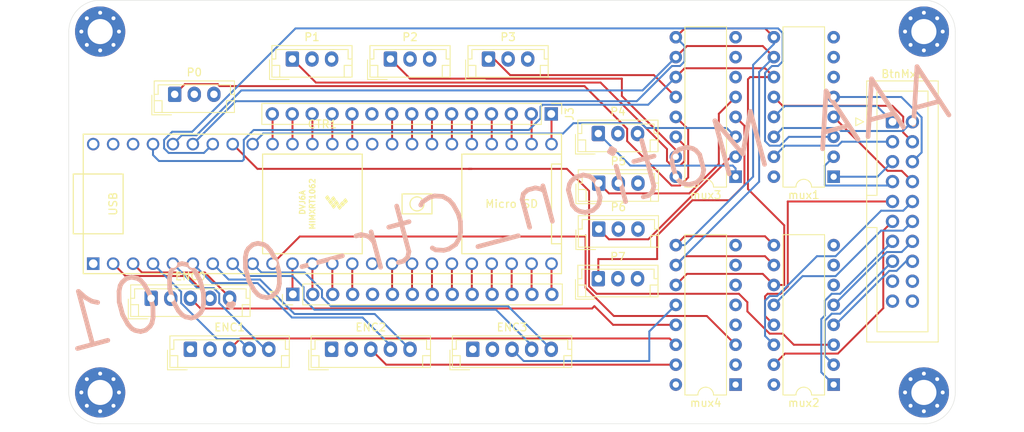
<source format=kicad_pcb>
(kicad_pcb (version 20211014) (generator pcbnew)
  (title_block (title "A³ Motion - Mainboard") (date "2021-08-04") (rev "v.0.1") (company "A3 Audio UG (haftungsbeschränkt)"))
  (layers (0 "F.Cu" signal) (1 "In1.Cu" signal) (2 "In2.Cu" signal) (31 "B.Cu" signal) (34 "B.Paste" user) (35 "F.Paste" user) (36 "B.SilkS" user "B.Silkscreen") (37 "F.SilkS" user "F.Silkscreen") (38 "B.Mask" user) (39 "F.Mask" user) (44 "Edge.Cuts" user))
  (net 0 "")
  (net 1 "Net-(BtnMx1-Pad1)")
  (net 2 "Net-(BtnMx1-Pad3)")
  (net 3 "Net-(BtnMx1-Pad5)")
  (net 4 "Net-(BtnMx1-Pad7)")
  (net 5 "Net-(BtnMx1-Pad9)")
  (net 6 "Net-(BtnMx1-Pad11)")
  (net 7 "Net-(BtnMx1-Pad13)")
  (net 8 "Net-(BtnMx1-Pad15)")
  (net 9 "Net-(BtnMx1-Pad17)")
  (net 10 "GND")
  (net 11 "Net-(BtnMx1-Pad2)")
  (net 12 "Net-(BtnMx1-Pad4)")
  (net 13 "Net-(BtnMx1-Pad6)")
  (net 14 "Net-(BtnMx1-Pad8)")
  (net 15 "Net-(BtnMx1-Pad10)")
  (net 16 "Net-(BtnMx1-Pad12)")
  (net 17 "Net-(BtnMx1-Pad14)")
  (net 18 "Net-(BtnMx1-Pad16)")
  (net 19 "Net-(BtnMx1-Pad18)")
  (net 20 "+3V3")
  (net 21 "Net-(CTR1-Pad48)")
  (net 22 "s0")
  (net 23 "s1")
  (net 24 "s2")
  (net 25 "mux_btnMx1")
  (net 26 "mux_btnMx2")
  (net 27 "mux_porty")
  (net 28 "Net-(CTR1-Pad39)")
  (net 29 "Net-(CTR1-Pad38)")
  (net 30 "Net-(CTR1-Pad37)")
  (net 31 "Net-(CTR1-Pad36)")
  (net 32 "Net-(CTR1-Pad35)")
  (net 33 "rEnc0_DT")
  (net 34 "rEnc0_CLK")
  (net 35 "rEnc1_DT")
  (net 36 "rEnc1_CLK")
  (net 37 "rEnc2_DT")
  (net 38 "rEnc2_CLK")
  (net 39 "rEnc3_DT")
  (net 40 "rEnc3_CLK")
  (net 41 "mux_btn_rEnc")
  (net 42 "Net-(CTR1-Pad11)")
  (net 43 "Net-(CTR1-Pad12)")
  (net 44 "Net-(CTR1-Pad13)")
  (net 45 "Net-(CTR1-Pad33)")
  (net 46 "Net-(CTR1-Pad32)")
  (net 47 "Net-(CTR1-Pad31)")
  (net 48 "Net-(CTR1-Pad30)")
  (net 49 "Net-(CTR1-Pad29)")
  (net 50 "Net-(CTR1-Pad28)")
  (net 51 "Net-(CTR1-Pad27)")
  (net 52 "Net-(CTR1-Pad26)")
  (net 53 "Net-(CTR1-Pad25)")
  (net 54 "Net-(CTR1-Pad24)")
  (net 55 "Net-(CTR1-Pad23)")
  (net 56 "Net-(CTR1-Pad22)")
  (net 57 "Net-(CTR1-Pad21)")
  (net 58 "Net-(CTR1-Pad14)")
  (net 59 "Net-(CTR1-Pad16)")
  (net 60 "Net-(CTR1-Pad20)")
  (net 61 "Net-(CTR1-Pad19)")
  (net 62 "Net-(CTR1-Pad18)")
  (net 63 "Net-(CTR1-Pad17)")
  (net 64 "Net-(ENC0-Pad3)")
  (net 65 "Net-(ENC1-Pad3)")
  (net 66 "Net-(ENC2-Pad3)")
  (net 67 "Net-(ENC3-Pad3)")
  (net 68 "Net-(P4-Pad1)")
  (net 69 "Net-(P6-Pad1)")
  (net 70 "Net-(P7-Pad1)")
  (net 71 "Net-(P3-Pad1)")
  (net 72 "Net-(P5-Pad1)")
  (net 73 "Net-(P0-Pad1)")
  (net 74 "Net-(P1-Pad1)")
  (net 75 "Net-(P2-Pad1)")
  (net 76 "Net-(mux4-Pad5)")
  (net 77 "Net-(mux4-Pad4)")
  (net 78 "Net-(mux4-Pad2)")
  (net 79 "Net-(mux4-Pad1)")
  (footprint "teensy:Teensy41_my" (layer "F.Cu") (at 110.825001 58.965001)
    (fp_text reference "CTR1")
    (fp_text value "Teensy4.1")
  )
  (footprint "Connector_JST:JST_EH_B5B-EH-A_1x05_P2.50mm_Vertical" (layer "F.Cu") (at 89 71)
    (fp_text reference "ENC0")
    (fp_text value "Conn_01x05")
  )
  (footprint "Connector_JST:JST_EH_B5B-EH-A_1x05_P2.50mm_Vertical" (layer "F.Cu") (at 94 77.5)
    (fp_text reference "ENC1")
    (fp_text value "Conn_01x05")
  )
  (footprint "Connector_JST:JST_EH_B5B-EH-A_1x05_P2.50mm_Vertical" (layer "F.Cu") (at 112 77.5)
    (fp_text reference "ENC2")
    (fp_text value "Conn_01x05")
  )
  (footprint "Connector_JST:JST_EH_B5B-EH-A_1x05_P2.50mm_Vertical" (layer "F.Cu") (at 130 77.5)
    (fp_text reference "ENC3")
    (fp_text value "Conn_01x05")
  )
  (footprint "Connector_PinHeader_2.54mm:PinHeader_1x14_P2.54mm_Vertical" (layer "F.Cu") (at 107.06 70.5 90)
    (fp_text reference "J1")
    (fp_text value "Conn_01x14_Male")
  )
  (footprint "Package_DIP:DIP-16_W7.62mm" (layer "F.Cu") (at 176 82 180)
    (fp_text reference "mux2")
    (fp_text value "74HC4051")
  )
  (footprint "Package_DIP:DIP-16_W7.62mm" (layer "F.Cu") (at 163.5 55.5 180)
    (fp_text reference "mux3")
    (fp_text value "74HC4051")
  )
  (footprint "Package_DIP:DIP-16_W7.62mm" (layer "F.Cu") (at 163.5 82 180)
    (fp_text reference "mux4")
    (fp_text value "74HC4051")
  )
  (footprint "Connector_JST:JST_EH_B3B-EH-A_1x03_P2.50mm_Vertical" (layer "F.Cu") (at 92 45)
    (fp_text reference "P0")
    (fp_text value "Conn_01x03")
  )
  (footprint "Connector_JST:JST_EH_B3B-EH-A_1x03_P2.50mm_Vertical" (layer "F.Cu") (at 107 40.5)
    (fp_text reference "P1")
    (fp_text value "Conn_01x03")
  )
  (footprint "Connector_JST:JST_EH_B3B-EH-A_1x03_P2.50mm_Vertical" (layer "F.Cu") (at 119.5 40.5)
    (fp_text reference "P2")
    (fp_text value "Conn_01x03")
  )
  (footprint "Connector_JST:JST_EH_B3B-EH-A_1x03_P2.50mm_Vertical" (layer "F.Cu") (at 132 40.5)
    (fp_text reference "P3")
    (fp_text value "Conn_01x03")
  )
  (footprint "Connector_JST:JST_EH_B3B-EH-A_1x03_P2.50mm_Vertical" (layer "F.Cu") (at 146 50)
    (fp_text reference "P4")
    (fp_text value "Conn_01x03")
  )
  (footprint "Connector_JST:JST_EH_B3B-EH-A_1x03_P2.50mm_Vertical" (layer "F.Cu") (at 146.055001 56.325001)
    (fp_text reference "P5")
    (fp_text value "Conn_01x03")
  )
  (footprint "Connector_JST:JST_EH_B3B-EH-A_1x03_P2.50mm_Vertical" (layer "F.Cu") (at 146.055001 62.175001)
    (fp_text reference "P6")
    (fp_text value "Conn_01x03")
  )
  (footprint "Connector_JST:JST_EH_B3B-EH-A_1x03_P2.50mm_Vertical" (layer "F.Cu") (at 146 68.5)
    (fp_text reference "P7")
    (fp_text value "Conn_01x03")
  )
  (footprint "Connector_PinHeader_2.54mm:PinHeader_1x15_P2.54mm_Vertical" (layer "F.Cu") (at 140 47.5 -90)
    (fp_text reference "J3")
    (fp_text value "Conn_01x15_Male")
  )
  (footprint "Connector_IDC:IDC-Header_2x10_P2.54mm_Vertical" (layer "F.Cu") (at 183.5 48.5)
    (fp_text reference "BtnMx1")
    (fp_text value "Conn_02x09_Counter_Clockwise")
  )
  (footprint "Package_DIP:DIP-16_W7.62mm" (layer "F.Cu") (at 176 55.5 180)
    (fp_text reference "mux1")
    (fp_text value "74HC4051")
  )
  (footprint "MountingHole:MountingHole_3.2mm_M3_Pad_Via" (layer "F.Cu") (at 187.5 37)
    (fp_text reference "REF**" hide)
    (fp_text value "MountingHole_3.2mm_M3_Pad_Via")
  )
  (footprint "MountingHole:MountingHole_3.2mm_M3_Pad_Via" (layer "F.Cu") (at 187.5 83)
    (fp_text reference "REF**" hide)
    (fp_text value "MountingHole_3.2mm_M3_Pad_Via")
  )
  (footprint "MountingHole:MountingHole_3.2mm_M3_Pad_Via" (layer "F.Cu") (at 82.5 37)
    (fp_text reference "REF**" hide)
    (fp_text value "MountingHole_3.2mm_M3_Pad_Via")
  )
  (footprint "MountingHole:MountingHole_3.2mm_M3_Pad_Via" (layer "F.Cu") (at 82.5 83)
    (fp_text reference "REF**" hide)
    (fp_text value "MountingHole_3.2mm_M3_Pad_Via")
  )
  (gr_arc (start 191.5 83) (mid 190.328427 85.828427) (end 187.5 87) (layer "Edge.Cuts") (width 0.05))
  (gr_line (start 187.5 87) (end 82.5 87) (layer "Edge.Cuts") (width 0.05))
  (gr_arc (start 82.5 87) (mid 79.671573 85.828427) (end 78.5 83) (layer "Edge.Cuts") (width 0.05))
  (gr_arc (start 78.5 37) (mid 79.671573 34.171573) (end 82.5 33) (layer "Edge.Cuts") (width 0.05))
  (gr_line (start 78.5 37) (end 78.5 83) (layer "Edge.Cuts") (width 0.05))
  (gr_line (start 82.5 33) (end 187.5 33) (layer "Edge.Cuts") (width 0.05))
  (gr_arc (start 187.5 33) (mid 190.328427 34.171573) (end 191.5 37) (layer "Edge.Cuts") (width 0.05))
  (gr_line (start 191.5 37) (end 191.5 83) (layer "Edge.Cuts") (width 0.05))
  (gr_text "AAA Motion_Ctr-0.001" (at 134 59.5 15) (layer "B.SilkS") (effects (font (size 7 7) (thickness 0.6)) (justify mirror)))
  (segment (start 168.38 47.88) (end 169.76 46.5) (width 0.25) (layer "B.Cu") (net 1))
  (segment (start 181.5 46.5) (end 183.5 48.5) (width 0.25) (layer "B.Cu") (net 1))
  (segment (start 169.76 46.5) (end 181.5 46.5) (width 0.25) (layer "B.Cu") (net 1))
  (segment (start 176.540001 51.545001) (end 169.794999 51.545001) (width 0.25) (layer "B.Cu") (net 2))
  (segment (start 177.045002 51.04) (end 176.540001 51.545001) (width 0.25) (layer "B.Cu") (net 2))
  (segment (start 183.5 51.04) (end 177.045002 51.04) (width 0.25) (layer "B.Cu") (net 2))
  (segment (start 169.794999 51.545001) (end 168.38 52.96) (width 0.25) (layer "B.Cu") (net 2))
  (segment (start 176 55.5) (end 181.58 55.5) (width 0.25) (layer "B.Cu") (net 3))
  (segment (start 181.58 55.5) (end 183.5 53.58) (width 0.25) (layer "B.Cu") (net 3))
  (segment (start 174.874999 56.560001) (end 174.939999 56.625001) (width 0.25) (layer "B.Cu") (net 4))
  (segment (start 182.994999 56.625001) (end 183.5 56.12) (width 0.25) (layer "B.Cu") (net 4))
  (segment (start 174.939999 56.625001) (end 182.994999 56.625001) (width 0.25) (layer "B.Cu") (net 4))
  (segment (start 176 52.96) (end 174.874999 54.085001) (width 0.25) (layer "B.Cu") (net 4))
  (segment (start 174.874999 54.085001) (end 174.874999 56.560001) (width 0.25) (layer "B.Cu") (net 4))
  (segment (start 167.574999 70.425001) (end 169.211409 70.425001) (width 0.25) (layer "F.Cu") (net 5))
  (segment (start 167.254999 73.254999) (end 167.254999 70.745001) (width 0.25) (layer "F.Cu") (net 5))
  (segment (start 168.38 74.38) (end 167.254999 73.254999) (width 0.25) (layer "F.Cu") (net 5))
  (segment (start 170.15001 58.65001) (end 170.16 58.66) (width 0.25) (layer "F.Cu") (net 5))
  (segment (start 169.211409 70.425001) (end 170.15001 69.4864) (width 0.25) (layer "F.Cu") (net 5))
  (segment (start 170.16 58.66) (end 183.5 58.66) (width 0.25) (layer "F.Cu") (net 5))
  (segment (start 170.15001 69.4864) (end 170.15001 58.65001) (width 0.25) (layer "F.Cu") (net 5))
  (segment (start 167.254999 70.745001) (end 167.574999 70.425001) (width 0.25) (layer "F.Cu") (net 5))
  (segment (start 182.324999 72.260003) (end 176.540001 78.045001) (width 0.25) (layer "F.Cu") (net 6))
  (segment (start 182.324999 62.375001) (end 182.324999 72.260003) (width 0.25) (layer "F.Cu") (net 6))
  (segment (start 169.794999 78.045001) (end 168.38 79.46) (width 0.25) (layer "F.Cu") (net 6))
  (segment (start 176.540001 78.045001) (end 169.794999 78.045001) (width 0.25) (layer "F.Cu") (net 6))
  (segment (start 183.5 61.2) (end 182.324999 62.375001) (width 0.25) (layer "F.Cu") (net 6))
  (segment (start 174.424989 73.653599) (end 174.424989 80.424989) (width 0.25) (layer "B.Cu") (net 7))
  (segment (start 174.874999 73.203589) (end 174.424989 73.653599) (width 0.25) (layer "B.Cu") (net 7))
  (segment (start 183.5 63.74) (end 176.814999 70.425001) (width 0.25) (layer "B.Cu") (net 7))
  (segment (start 175.749997 70.425001) (end 174.874999 71.299999) (width 0.25) (layer "B.Cu") (net 7))
  (segment (start 174.874999 71.299999) (end 174.874999 73.203589) (width 0.25) (layer "B.Cu") (net 7))
  (segment (start 176.814999 70.425001) (end 175.749997 70.425001) (width 0.25) (layer "B.Cu") (net 7))
  (segment (start 174.424989 80.424989) (end 176 82) (width 0.25) (layer "B.Cu") (net 7))
  (segment (start 176.814999 72.965001) (end 175.749997 72.965001) (width 0.25) (layer "B.Cu") (net 8))
  (segment (start 175.749997 72.965001) (end 174.874999 73.839999) (width 0.25) (layer "B.Cu") (net 8))
  (segment (start 174.874999 78.334999) (end 176 79.46) (width 0.25) (layer "B.Cu") (net 8))
  (segment (start 183.5 66.28) (end 176.814999 72.965001) (width 0.25) (layer "B.Cu") (net 8))
  (segment (start 174.874999 73.839999) (end 174.874999 78.334999) (width 0.25) (layer "B.Cu") (net 8))
  (segment (start 186.04 48.5) (end 186 48.5) (width 0.25) (layer "B.Cu") (net 11))
  (segment (start 184.82499 49.67501) (end 176.920012 49.67501) (width 0.25) (layer "B.Cu") (net 11))
  (segment (start 176.920012 49.67501) (end 176.540001 49.294999) (width 0.25) (layer "B.Cu") (net 11))
  (segment (start 169.505001 49.294999) (end 168.38 50.42) (width 0.25) (layer "B.Cu") (net 11))
  (segment (start 186 48.5) (end 184.82499 49.67501) (width 0.25) (layer "B.Cu") (net 11))
  (segment (start 176.540001 49.294999) (end 169.505001 49.294999) (width 0.25) (layer "B.Cu") (net 11))
  (segment (start 168.38 45.34) (end 169.505001 46.465001) (width 0.25) (layer "F.Cu") (net 12))
  (segment (start 169.505001 46.465001) (end 183.478191 46.465001) (width 0.25) (layer "F.Cu") (net 12))
  (segment (start 184.864999 47.851809) (end 184.864999 49.864999) (width 0.25) (layer "F.Cu") (net 12))
  (segment (start 184.864999 49.864999) (end 186.04 51.04) (width 0.25) (layer "F.Cu") (net 12))
  (segment (start 183.478191 46.465001) (end 184.864999 47.851809) (width 0.25) (layer "F.Cu") (net 12))
  (segment (start 184.619002 45.34) (end 187.215001 47.935999) (width 0.25) (layer "B.Cu") (net 13))
  (segment (start 176 45.34) (end 176 45.5) (width 0.25) (layer "B.Cu") (net 13))
  (segment (start 187.215001 47.935999) (end 187.215001 52.404999) (width 0.25) (layer "B.Cu") (net 13))
  (segment (start 176 45.34) (end 184.619002 45.34) (width 0.25) (layer "B.Cu") (net 13))
  (segment (start 186.12 53.5) (end 186.04 53.58) (width 0.25) (layer "B.Cu") (net 13))
  (segment (start 187.215001 52.404999) (end 186.04 53.58) (width 0.25) (layer "B.Cu") (net 13))
  (segment (start 184.675001 54.755001) (end 186.04 56.12) (width 0.25) (layer "F.Cu") (net 14))
  (segment (start 182.875001 54.755001) (end 184.675001 54.755001) (width 0.25) (layer "F.Cu") (net 14))
  (segment (start 176 47.88) (end 182.875001 54.755001) (width 0.25) (layer "F.Cu") (net 14))
  (segment (start 167.254999 75.794999) (end 168.38 76.92) (width 0.25) (layer "B.Cu") (net 15))
  (segment (start 168.785001 70.714999) (end 167.839999 70.714999) (width 0.25) (layer "B.Cu") (net 15))
  (segment (start 167.839999 70.714999) (end 167.254999 71.299999) (width 0.25) (layer "B.Cu") (net 15))
  (segment (start 182.050001 59.835001) (end 176.250003 65.634999) (width 0.25) (layer "B.Cu") (net 15))
  (segment (start 186.04 58.66) (end 184.864999 59.835001) (width 0.25) (layer "B.Cu") (net 15))
  (segment (start 173.865001 65.634999) (end 168.785001 70.714999) (width 0.25) (layer "B.Cu") (net 15))
  (segment (start 167.254999 71.299999) (end 167.254999 75.794999) (width 0.25) (layer "B.Cu") (net 15))
  (segment (start 184.864999 59.835001) (end 182.050001 59.835001) (width 0.25) (layer "B.Cu") (net 15))
  (segment (start 176.250003 65.634999) (end 173.865001 65.634999) (width 0.25) (layer "B.Cu") (net 15))
  (segment (start 182.050001 62.375001) (end 176.250003 68.174999) (width 0.25) (layer "B.Cu") (net 16))
  (segment (start 184.864999 62.375001) (end 182.050001 62.375001) (width 0.25) (layer "B.Cu") (net 16))
  (segment (start 172.045001 68.174999) (end 168.38 71.84) (width 0.25) (layer "B.Cu") (net 16))
  (segment (start 176.250003 68.174999) (end 172.045001 68.174999) (width 0.25) (layer "B.Cu") (net 16))
  (segment (start 186.04 61.2) (end 184.864999 62.375001) (width 0.25) (layer "B.Cu") (net 16))
  (segment (start 184.675001 65.104999) (end 182.771411 65.104999) (width 0.25) (layer "B.Cu") (net 17))
  (segment (start 182.771411 65.104999) (end 176.03641 71.84) (width 0.25) (layer "B.Cu") (net 17))
  (segment (start 176.03641 71.84) (end 176 71.84) (width 0.25) (layer "B.Cu") (net 17))
  (segment (start 186.04 63.74) (end 184.675001 65.104999) (width 0.25) (layer "B.Cu") (net 17))
  (segment (start 186.04 66.28) (end 185.239002 66.28) (width 0.25) (layer "B.Cu") (net 18))
  (segment (start 176.200998 74.38) (end 176 74.38) (width 0.25) (layer "B.Cu") (net 18))
  (segment (start 183.080998 67.5) (end 176.200998 74.38) (width 0.25) (layer "B.Cu") (net 18))
  (segment (start 185.239002 66.28) (end 184.019002 67.5) (width 0.25) (layer "B.Cu") (net 18))
  (segment (start 184.019002 67.5) (end 183.080998 67.5) (width 0.25) (layer "B.Cu") (net 18))
  (segment (start 166.965001 67.885001) (end 168.38 69.3) (width 0.25) (layer "F.Cu") (net 22))
  (segment (start 168.38 69.3) (end 169.7 69.3) (width 0.25) (layer "F.Cu") (net 22))
  (segment (start 157.294999 67.885001) (end 166.965001 67.885001) (width 0.25) (layer "F.Cu") (net 22))
  (segment (start 169.7 69.3) (end 169.7 61.7) (width 0.25) (layer "F.Cu") (net 22))
  (segment (start 165.075011 43.075011) (end 165.350022 42.8) (width 0.25) (layer "F.Cu") (net 22))
  (segment (start 169.7 61.7) (end 165.075011 57.075011) (width 0.25) (layer "F.Cu") (net 22))
  (segment (start 165.075011 57.075011) (end 165.075011 43.075011) (width 0.25) (layer "F.Cu") (net 22))
  (segment (start 155.88 69.3) (end 157.294999 67.885001) (width 0.25) (layer "F.Cu") (net 22))
  (segment (start 167.254999 41.674999) (end 168.38 42.8) (width 0.25) (layer "F.Cu") (net 22))
  (segment (start 165.350022 42.8) (end 168.38 42.8) (width 0.25) (layer "F.Cu") (net 22))
  (segment (start 157.005001 41.674999) (end 167.254999 41.674999) (width 0.25) (layer "F.Cu") (net 22))
  (segment (start 155.88 42.8) (end 157.005001 41.674999) (width 0.25) (layer "F.Cu") (net 22))
  (segment (start 138.635001 46.579997) (end 138.635001 48.064001) (width 0.25) (layer "B.Cu") (net 22))
  (segment (start 155.88 42.8) (end 152.355001 46.324999) (width 0.25) (layer "B.Cu") (net 22))
  (segment (start 137.149012 49.54999) (end 102.06501 49.54999) (width 0.25) (layer "B.Cu") (net 22))
  (segment (start 152.355001 46.324999) (end 138.889999 46.324999) (width 0.25) (layer "B.Cu") (net 22))
  (segment (start 100.62 53.5) (end 90 53.5) (width 0.25) (layer "B.Cu") (net 22))
  (segment (start 102.06501 49.54999) (end 100.81 50.805) (width 0.25) (layer "B.Cu") (net 22))
  (segment (start 138.635001 48.064001) (end 137.149012 49.54999) (width 0.25) (layer "B.Cu") (net 22))
  (segment (start 89.235001 52.735001) (end 89.235001 51.345001) (width 0.25) (layer "B.Cu") (net 22))
  (segment (start 138.889999 46.324999) (end 138.635001 46.579997) (width 0.25) (layer "B.Cu") (net 22))
  (segment (start 100.81 50.805) (end 100.81 53.31) (width 0.25) (layer "B.Cu") (net 22))
  (segment (start 100.81 53.31) (end 100.62 53.5) (width 0.25) (layer "B.Cu") (net 22))
  (segment (start 90 53.5) (end 89.235001 52.735001) (width 0.25) (layer "B.Cu") (net 22))
  (segment (start 157.294999 38.845001) (end 166.965001 38.845001) (width 0.25) (layer "F.Cu") (net 23))
  (segment (start 155.88 66.76) (end 157.005001 65.634999) (width 0.25) (layer "F.Cu") (net 23))
  (segment (start 166.965001 38.845001) (end 168.38 40.26) (width 0.25) (layer "F.Cu") (net 23))
  (segment (start 167.254999 65.634999) (end 168.38 66.76) (width 0.25) (layer "F.Cu") (net 23))
  (segment (start 157.005001 65.634999) (end 167.254999 65.634999) (width 0.25) (layer "F.Cu") (net 23))
  (segment (start 155.88 40.26) (end 157.294999 38.845001) (width 0.25) (layer "F.Cu") (net 23))
  (segment (start 155.88 40.26) (end 151.64 44.5) (width 0.25) (layer "B.Cu") (net 23))
  (segment (start 92.900002 50.22) (end 91.775001 51.345001) (width 0.25) (layer "B.Cu") (net 23))
  (segment (start 166.5 42.14) (end 168.38 40.26) (width 0.25) (layer "B.Cu") (net 23))
  (segment (start 100.5 44.5) (end 94.78 50.22) (width 0.25) (layer "B.Cu") (net 23))
  (segment (start 166.5 56.14) (end 166.5 42.14) (width 0.25) (layer "B.Cu") (net 23))
  (segment (start 155.88 66.76) (end 166.5 56.14) (width 0.25) (layer "B.Cu") (net 23))
  (segment (start 94.78 50.22) (end 92.900002 50.22) (width 0.25) (layer "B.Cu") (net 23))
  (segment (start 151.64 44.5) (end 100.5 44.5) (width 0.25) (layer "B.Cu") (net 23))
  (segment (start 155.88 64.22) (end 157.005001 63.094999) (width 0.25) (layer "F.Cu") (net 24))
  (segment (start 155.88 37.72) (end 157.005001 36.594999) (width 0.25) (layer "F.Cu") (net 24))
  (segment (start 167.254999 63.094999) (end 168.38 64.22) (width 0.25) (layer "F.Cu") (net 24))
  (segment (start 157.005001 63.094999) (end 167.254999 63.094999) (width 0.25) (layer "F.Cu") (net 24))
  (segment (start 157.005001 36.594999) (end 167.254999 36.594999) (width 0.25) (layer "F.Cu") (net 24))
  (segment (start 167.254999 36.594999) (end 168.38 37.72) (width 0.25) (layer "F.Cu") (net 24))
  (segment (start 155.88 37.72) (end 157.005001 38.845001) (width 0.25) (layer "B.Cu") (net 24))
  (segment (start 168.38 38.594998) (end 168.38 37.72) (width 0.25) (layer "B.Cu") (net 24))
  (segment (start 165.73137 55.5) (end 165.73137 41.243628) (width 0.25) (layer "B.Cu") (net 24))
  (segment (start 165.73137 41.243628) (end 168.38 38.594998) (width 0.25) (layer "B.Cu") (net 24))
  (segment (start 99.785013 45.874989) (end 94.315001 51.345001) (width 0.25) (layer "B.Cu") (net 24))
  (segment (start 157.01137 64.22) (end 165.73137 55.5) (width 0.25) (layer "B.Cu") (net 24))
  (segment (start 157.005001 38.845001) (end 157.005001 40.800001) (width 0.25) (layer "B.Cu") (net 24))
  (segment (start 150.901421 45.874989) (end 99.785013 45.874989) (width 0.25) (layer "B.Cu") (net 24))
  (segment (start 156.420001 41.385001) (end 155.391409 41.385001) (width 0.25) (layer "B.Cu") (net 24))
  (segment (start 155.391409 41.385001) (end 150.901421 45.874989) (width 0.25) (layer "B.Cu") (net 24))
  (segment (start 155.88 64.22) (end 157.01137 64.22) (width 0.25) (layer "B.Cu") (net 24))
  (segment (start 157.005001 40.800001) (end 156.420001 41.385001) (width 0.25) (layer "B.Cu") (net 24))
  (segment (start 169.505001 37.179999) (end 168.920001 36.594999) (width 0.25) (layer "B.Cu") (net 25))
  (segment (start 107.405001 36.594999) (end 94.23001 49.76999) (width 0.25) (layer "B.Cu") (net 25))
  (segment (start 176 50.42) (end 170.28359 50.42) (width 0.25) (layer "B.Cu") (net 25))
  (segment (start 90.65 51.885002) (end 91.235 52.470002) (width 0.25) (layer "B.Cu") (net 25))
  (segment (start 167.839999 51.545001) (end 167.254999 50.960001) (width 0.25) (layer "B.Cu") (net 25))
  (segment (start 170.28359 50.42) (end 169.158589 51.545001) (width 0.25) (layer "B.Cu") (net 25))
  (segment (start 169.505001 40.800001) (end 169.505001 37.179999) (width 0.25) (layer "B.Cu") (net 25))
  (segment (start 90.65 50.805) (end 90.65 51.885002) (width 0.25) (layer "B.Cu") (net 25))
  (segment (start 168.920001 36.594999) (end 107.405001 36.594999) (width 0.25) (layer "B.Cu") (net 25))
  (segment (start 91.235 52.470002) (end 95.73 52.470002) (width 0.25) (layer "B.Cu") (net 25))
  (segment (start 91.68501 49.76999) (end 90.65 50.805) (width 0.25) (layer "B.Cu") (net 25))
  (segment (start 168.129997 41.385001) (end 168.920001 41.385001) (width 0.25) (layer "B.Cu") (net 25))
  (segment (start 95.73 52.470002) (end 96.855001 51.345001) (width 0.25) (layer "B.Cu") (net 25))
  (segment (start 167.254999 42.259999) (end 168.129997 41.385001) (width 0.25) (layer "B.Cu") (net 25))
  (segment (start 167.254999 50.960001) (end 167.254999 42.259999) (width 0.25) (layer "B.Cu") (net 25))
  (segment (start 169.158589 51.545001) (end 167.839999 51.545001) (width 0.25) (layer "B.Cu") (net 25))
  (segment (start 168.920001 41.385001) (end 169.505001 40.800001) (width 0.25) (layer "B.Cu") (net 25))
  (segment (start 94.23001 49.76999) (end 91.68501 49.76999) (width 0.25) (layer "B.Cu") (net 25))
  (segment (start 145.786811 70.425001) (end 144.82499 69.46318) (width 0.25) (layer "F.Cu") (net 26))
  (segment (start 102.55 54.5) (end 99.395001 51.345001) (width 0.25) (layer "F.Cu") (net 26))
  (segment (start 176 76.92) (end 170.92 76.92) (width 0.25) (layer "F.Cu") (net 26))
  (segment (start 129.86181 54.5) (end 129.5 54.5) (width 0.25) (layer "F.Cu") (net 26))
  (segment (start 144.82499 57.32499) (end 142 54.5) (width 0.25) (layer "F.Cu") (net 26))
  (segment (start 169.505001 75.505001) (end 167.839999 75.505001) (width 0.25) (layer "F.Cu") (net 26))
  (segment (start 165 71.5) (end 163.925001 70.425001) (width 0.25) (layer "F.Cu") (net 26))
  (segment (start 167.839999 75.505001) (end 165 72.665002) (width 0.25) (layer "F.Cu") (net 26))
  (segment (start 163.925001 70.425001) (end 145.786811 70.425001) (width 0.25) (layer "F.Cu") (net 26))
  (segment (start 129.5 54.5) (end 102.55 54.5) (width 0.25) (layer "F.Cu") (net 26))
  (segment (start 142 54.5) (end 129.5 54.5) (width 0.25) (layer "F.Cu") (net 26))
  (segment (start 170.92 76.92) (end 169.505001 75.505001) (width 0.25) (layer "F.Cu") (net 26))
  (segment (start 165 72.665002) (end 165 71.5) (width 0.25) (layer "F.Cu") (net 26))
  (segment (start 144.82499 69.46318) (end 144.82499 57.32499) (width 0.25) (layer "F.Cu") (net 26))
  (segment (start 163.5 50.42) (end 162.374999 49.294999) (width 0.25) (layer "B.Cu") (net 27))
  (segment (start 103.280002 50) (end 101.935001 51.345001) (width 0.25) (layer "B.Cu") (net 27))
  (segment (start 152.081714 49.294999) (end 151.461716 48.675001) (width 0.25) (layer "B.Cu") (net 27))
  (segment (start 162.374999 49.294999) (end 152.081714 49.294999) (width 0.25) (layer "B.Cu") (net 27))
  (segment (start 141.5 50) (end 103.280002 50) (width 0.25) (layer "B.Cu") (net 27))
  (segment (start 142.824999 48.675001) (end 141.5 50) (width 0.25) (layer "B.Cu") (net 27))
  (segment (start 151.461716 48.675001) (end 142.824999 48.675001) (width 0.25) (layer "B.Cu") (net 27))
  (segment (start 104.475001 51.345001) (end 104.475001 47.535001) (width 0.25) (layer "F.Cu") (net 28))
  (segment (start 104.475001 47.535001) (end 104.44 47.5) (width 0.25) (layer "F.Cu") (net 28))
  (segment (start 107.015001 51.345001) (end 107.015001 47.535001) (width 0.25) (layer "F.Cu") (net 29))
  (segment (start 107.015001 47.535001) (end 106.98 47.5) (width 0.25) (layer "F.Cu") (net 29))
  (segment (start 109.555001 51.345001) (end 109.555001 47.535001) (width 0.25) (layer "F.Cu") (net 30))
  (segment (start 109.555001 47.535001) (end 109.52 47.5) (width 0.25) (layer "F.Cu") (net 30))
  (segment (start 112.095001 47.535001) (end 112.06 47.5) (width 0.25) (layer "F.Cu") (net 31))
  (segment (start 112.095001 51.345001) (end 112.095001 47.535001) (width 0.25) (layer "F.Cu") (net 31))
  (segment (start 114.635001 47.535001) (end 114.6 47.5) (width 0.25) (layer "F.Cu") (net 32))
  (segment (start 114.635001 51.345001) (end 114.635001 47.535001) (width 0.25) (layer "F.Cu") (net 32))
  (segment (start 93.660012 68.160012) (end 85.730012 68.160012) (width 0.25) (layer "F.Cu") (net 33))
  (segment (start 85.730012 68.160012) (end 84.155001 66.585001) (width 0.25) (layer "F.Cu") (net 33))
  (segment (start 96.5 71) (end 93.660012 68.160012) (width 0.25) (layer "F.Cu") (net 33))
  (segment (start 95.835002 67.710002) (end 87.820002 67.710002) (width 0.25) (layer "F.Cu") (net 34))
  (segment (start 87.820002 67.710002) (end 86.695001 66.585001) (width 0.25) (layer "F.Cu") (net 34))
  (segment (start 99 70.875) (end 95.835002 67.710002) (width 0.25) (layer "F.Cu") (net 34))
  (segment (start 99 71) (end 99 70.875) (width 0.25) (layer "F.Cu") (net 34))
  (segment (start 92.82499 71.611705) (end 92.82499 70.17499) (width 0.25) (layer "B.Cu") (net 35))
  (segment (start 97.413275 76.19999) (end 92.82499 71.611705) (width 0.25) (layer "B.Cu") (net 35))
  (segment (start 92.82499 70.17499) (end 89.235001 66.585001) (width 0.25) (layer "B.Cu") (net 35))
  (segment (start 101.5 77.5) (end 100.19999 76.19999) (width 0.25) (layer "B.Cu") (net 35))
  (segment (start 100.19999 76.19999) (end 97.413275 76.19999) (width 0.25) (layer "B.Cu") (net 35))
  (segment (start 103.563305 77.5) (end 97.67501 71.611705) (width 0.25) (layer "B.Cu") (net 36))
  (segment (start 104 77.5) (end 103.563305 77.5) (width 0.25) (layer "B.Cu") (net 36))
  (segment (start 96.986705 69.69999) (end 94.88999 69.69999) (width 0.25) (layer "B.Cu") (net 36))
  (segment (start 94.88999 69.69999) (end 91.775001 66.585001) (width 0.25) (layer "B.Cu") (net 36))
  (segment (start 97.67501 70.388295) (end 96.986705 69.69999) (width 0.25) (layer "B.Cu") (net 36))
  (segment (start 97.67501 71.611705) (end 97.67501 70.388295) (width 0.25) (layer "B.Cu") (net 36))
  (segment (start 106.95001 73.45001) (end 102.560032 69.060032) (width 0.25) (layer "B.Cu") (net 37))
  (segment (start 119.5 77.5) (end 119.5 77) (width 0.25) (layer "B.Cu") (net 37))
  (segment (start 115.95001 73.45001) (end 106.95001 73.45001) (width 0.25) (layer "B.Cu") (net 37))
  (segment (start 102.560032 69.060032) (end 96.790032 69.060032) (width 0.25) (layer "B.Cu") (net 37))
  (segment (start 96.790032 69.060032) (end 94.315001 66.585001) (width 0.25) (layer "B.Cu") (net 37))
  (segment (start 119.5 77) (end 115.95001 73.45001) (width 0.25) (layer "B.Cu") (net 37))
  (segment (start 107.274998 73) (end 102.88502 68.610022) (width 0.25) (layer "B.Cu") (net 38))
  (segment (start 122 77.5) (end 117.5 73) (width 0.25) (layer "B.Cu") (net 38))
  (segment (start 102.88502 68.610022) (end 98.880022 68.610022) (width 0.25) (layer "B.Cu") (net 38))
  (segment (start 98.880022 68.610022) (end 96.855001 66.585001) (width 0.25) (layer "B.Cu") (net 38))
  (segment (start 117.5 73) (end 107.274998 73) (width 0.25) (layer "B.Cu") (net 38))
  (segment (start 132.95001 72.45001) (end 109.811008 72.45001) (width 0.25) (layer "B.Cu") (net 39))
  (segment (start 107.005014 68.160012) (end 100.970012 68.160012) (width 0.25) (layer "B.Cu") (net 39))
  (segment (start 137.5 77.5) (end 137.5 77) (width 0.25) (layer "B.Cu") (net 39))
  (segment (start 108.424999 69.579997) (end 107.005014 68.160012) (width 0.25) (layer "B.Cu") (net 39))
  (segment (start 137.5 77) (end 132.95001 72.45001) (width 0.25) (layer "B.Cu") (net 39))
  (segment (start 108.424999 71.064001) (end 108.424999 69.579997) (width 0.25) (layer "B.Cu") (net 39))
  (segment (start 109.811008 72.45001) (end 108.424999 71.064001) (width 0.25) (layer "B.Cu") (net 39))
  (segment (start 100.970012 68.160012) (end 99.395001 66.585001) (width 0.25) (layer "B.Cu") (net 39))
  (segment (start 103.060002 67.710002) (end 101.935001 66.585001) (width 0.25) (layer "B.Cu") (net 40))
  (segment (start 111.900998 72) (end 110.775001 70.874003) (width 0.25) (layer "B.Cu") (net 40))
  (segment (start 110.775001 70.874003) (end 110.775001 69.935999) (width 0.25) (layer "B.Cu") (net 40))
  (segment (start 110.775001 69.935999) (end 108.549004 67.710002) (width 0.25) (layer "B.Cu") (net 40))
  (segment (start 140 77.5) (end 134.5 72) (width 0.25) (layer "B.Cu") (net 40))
  (segment (start 108.549004 67.710002) (end 103.060002 67.710002) (width 0.25) (layer "B.Cu") (net 40))
  (segment (start 134.5 72) (end 111.900998 72) (width 0.25) (layer "B.Cu") (net 40))
  (segment (start 144.37498 63.12502) (end 107.934982 63.12502) (width 0.25) (layer "F.Cu") (net 41))
  (segment (start 159.834999 73.254999) (end 163.5 76.92) (width 0.25) (layer "F.Cu") (net 41))
  (segment (start 107.934982 63.12502) (end 104.475001 66.585001) (width 0.25) (layer "F.Cu") (net 41))
  (segment (start 147.980399 73.254999) (end 159.834999 73.254999) (width 0.25) (layer "F.Cu") (net 41))
  (segment (start 144.37498 69.64958) (end 147.980399 73.254999) (width 0.25) (layer "F.Cu") (net 41))
  (segment (start 144.37498 63) (end 144.37498 63.12502) (width 0.25) (layer "F.Cu") (net 41))
  (segment (start 144.37498 63.12502) (end 144.37498 69.64958) (width 0.25) (layer "F.Cu") (net 41))
  (segment (start 107.015001 66.585001) (end 107.015001 70.455001) (width 0.25) (layer "F.Cu") (net 42))
  (segment (start 107.015001 70.455001) (end 107.06 70.5) (width 0.25) (layer "F.Cu") (net 42))
  (segment (start 109.555001 66.585001) (end 109.555001 70.455001) (width 0.25) (layer "F.Cu") (net 43))
  (segment (start 109.555001 70.455001) (end 109.6 70.5) (width 0.25) (layer "F.Cu") (net 43))
  (segment (start 112.095001 66.585001) (end 112.095001 70.455001) (width 0.25) (layer "F.Cu") (net 44))
  (segment (start 112.095001 70.455001) (end 112.14 70.5) (width 0.25) (layer "F.Cu") (net 44))
  (segment (start 119.715001 47.535001) (end 119.68 47.5) (width 0.25) (layer "F.Cu") (net 45))
  (segment (start 119.715001 51.345001) (end 119.715001 47.535001) (width 0.25) (layer "F.Cu") (net 45))
  (segment (start 122.255001 51.345001) (end 122.255001 47.535001) (width 0.25) (layer "F.Cu") (net 46))
  (segment (start 122.255001 47.535001) (end 122.22 47.5) (width 0.25) (layer "F.Cu") (net 46))
  (segment (start 124.795001 47.535001) (end 124.76 47.5) (width 0.25) (layer "F.Cu") (net 47))
  (segment (start 124.795001 51.345001) (end 124.795001 47.535001) (width 0.25) (layer "F.Cu") (net 47))
  (segment (start 127.335001 47.535001) (end 127.3 47.5) (width 0.25) (layer "F.Cu") (net 48))
  (segment (start 127.335001 51.345001) (end 127.335001 47.535001) (width 0.25) (layer "F.Cu") (net 48))
  (segment (start 129.875001 51.345001) (end 129.875001 47.535001) (width 0.25) (layer "F.Cu") (net 49))
  (segment (start 129.875001 47.535001) (end 129.84 47.5) (width 0.25) (layer "F.Cu") (net 49))
  (segment (start 132.415001 51.345001) (end 132.415001 47.535001) (width 0.25) (layer "F.Cu") (net 50))
  (segment (start 132.415001 47.535001) (end 132.38 47.5) (width 0.25) (layer "F.Cu") (net 50))
  (segment (start 134.955001 47.535001) (end 134.92 47.5) (width 0.25) (layer "F.Cu") (net 51))
  (segment (start 134.955001 51.345001) (end 134.955001 47.535001) (width 0.25) (layer "F.Cu") (net 51))
  (segment (start 137.495001 47.535001) (end 137.46 47.5) (width 0.25) (layer "F.Cu") (net 52))
  (segment (start 137.495001 51.345001) (end 137.495001 47.535001) (width 0.25) (layer "F.Cu") (net 52))
  (segment (start 140.035001 47.535001) (end 140 47.5) (width 0.25) (layer "F.Cu") (net 53))
  (segment (start 140.035001 51.345001) (end 140.035001 47.535001) (width 0.25) (layer "F.Cu") (net 53))
  (segment (start 140.035001 66.585001) (end 140.035001 70.455001) (width 0.25) (layer "F.Cu") (net 54))
  (segment (start 140.035001 70.455001) (end 140.08 70.5) (width 0.25) (layer "F.Cu") (net 54))
  (segment (start 137.495001 70.455001) (end 137.54 70.5) (width 0.25) (layer "F.Cu") (net 55))
  (segment (start 137.495001 66.585001) (end 137.495001 70.455001) (width 0.25) (layer "F.Cu") (net 55))
  (segment (start 134.955001 70.455001) (end 135 70.5) (width 0.25) (layer "F.Cu") (net 56))
  (segment (start 134.955001 66.585001) (end 134.955001 70.455001) (width 0.25) (layer "F.Cu") (net 56))
  (segment (start 132.415001 66.585001) (end 132.415001 70.455001) (width 0.25) (layer "F.Cu") (net 57))
  (segment (start 132.415001 70.455001) (end 132.46 70.5) (width 0.25) (layer "F.Cu") (net 57))
  (segment (start 114.635001 66.585001) (end 114.635001 70.455001) (width 0.25) (layer "F.Cu") (net 58))
  (segment (start 114.635001 70.455001) (end 114.68 70.5) (width 0.25) (layer "F.Cu") (net 58))
  (segment (start 119.715001 66.585001) (end 119.715001 70.455001) (width 0.25) (layer "F.Cu") (net 59))
  (segment (start 119.715001 70.455001) (end 119.76 70.5) (width 0.25) (layer "F.Cu") (net 59))
  (segment (start 129.875001 70.455001) (end 129.92 70.5) (width 0.25) (layer "F.Cu") (net 60))
  (segment (start 129.875001 66.585001) (end 129.875001 70.455001) (width 0.25) (layer "F.Cu") (net 60))
  (segment (start 127.335001 70.455001) (end 127.38 70.5) (width 0.25) (layer "F.Cu") (net 61))
  (segment (start 127.335001 66.585001) (end 127.335001 70.455001) (width 0.25) (layer "F.Cu") (net 61))
  (segment (start 124.795001 66.585001) (end 124.795001 70.455001) (width 0.25) (layer "F.Cu") (net 62))
  (segment (start 124.795001 70.455001) (end 124.84 70.5) (width 0.25) (layer "F.Cu") (net 62))
  (segment (start 122.255001 70.455001) (end 122.3 70.5) (width 0.25) (layer "F.Cu") (net 63))
  (segment (start 122.255001 66.585001) (end 122.255001 70.455001) (width 0.25) (layer "F.Cu") (net 63))
  (segment (start 147.88 74.38) (end 145.5 72) (width 0.25) (layer "F.Cu") (net 64))
  (segment (start 145.19999 72.30001) (end 95.30001 72.30001) (width 0.25) (layer "F.Cu") (net 64))
  (segment (start 145.5 72) (end 145.19999 72.30001) (width 0.25) (layer "F.Cu") (net 64))
  (segment (start 95.30001 72.30001) (end 94 71) (width 0.25) (layer "F.Cu") (net 64))
  (segment (start 155.88 74.38) (end 147.88 74.38) (width 0.25) (layer "F.Cu") (net 64))
  (segment (start 100.379999 76.120001) (end 99 77.5) (width 0.25) (layer "F.Cu") (net 65))
  (segment (start 155.88 76.92) (end 155.080001 76.120001) (width 0.25) (layer "F.Cu") (net 65))
  (segment (start 155.080001 76.120001) (end 100.379999 76.120001) (width 0.25) (layer "F.Cu") (net 65))
  (segment (start 155.88 79.46) (end 118.96 79.46) (width 0.25) (layer "F.Cu") (net 66))
  (segment (start 118.96 79.46) (end 117 77.5) (width 0.25) (layer "F.Cu") (net 66))
  (segment (start 155.88 71.84) (end 152.5 75.22) (width 0.25) (layer "B.Cu") (net 67))
  (segment (start 152.5 75.22) (end 152.5 79) (width 0.25) (layer "B.Cu") (net 67))
  (segment (start 136.5 79) (end 135 77.5) (width 0.25) (layer "B.Cu") (net 67))
  (segment (start 152.5 79) (end 136.5 79) (width 0.25) (layer "B.Cu") (net 67))
  (segment (start 163.5 55.5) (end 163.5 54.45) (width 0.25) (layer "B.Cu") (net 68))
  (segment (start 150.085001 54.085001) (end 146 50) (width 0.25) (layer "B.Cu") (net 68))
  (segment (start 163.5 54.45) (end 163.135001 54.085001) (width 0.25) (layer "B.Cu") (net 68))
  (segment (start 163.135001 54.085001) (end 150.085001 54.085001) (width 0.25) (layer "B.Cu") (net 68))
  (segment (start 146.055001 62.175001) (end 147.355011 63.475011) (width 0.25) (layer "F.Cu") (net 69))
  (segment (start 147.355011 63.475011) (end 152.388579 63.475011) (width 0.25) (layer "F.Cu") (net 69))
  (segment (start 152.388579 63.475011) (end 162.90359 52.96) (width 0.25) (layer "F.Cu") (net 69))
  (segment (start 162.90359 52.96) (end 163.5 52.96) (width 0.25) (layer "F.Cu") (net 69))
  (segment (start 158 58.5) (end 162.685002 58.5) (width 0.25) (layer "F.Cu") (net 70))
  (segment (start 164.625001 49.005001) (end 163.5 47.88) (width 0.25) (layer "F.Cu") (net 70))
  (segment (start 162.685002 58.5) (end 164.625001 56.560001) (width 0.25) (layer "F.Cu") (net 70))
  (segment (start 164.625001 56.560001) (end 164.625001 49.005001) (width 0.25) (layer "F.Cu") (net 70))
  (segment (start 146 66) (end 153.5 66) (width 0.25) (layer "F.Cu") (net 70))
  (segment (start 153.5 63) (end 158 58.5) (width 0.25) (layer "F.Cu") (net 70))
  (segment (start 146 68.5) (end 146 66) (width 0.25) (layer "F.Cu") (net 70))
  (segment (start 153.5 66) (end 153.5 63) (width 0.25) (layer "F.Cu") (net 70))
  (segment (start 153.08999 42.54999) (end 155.88 45.34) (width 0.25) (layer "F.Cu") (net 71))
  (segment (start 134.763275 42.54999) (end 153.08999 42.54999) (width 0.25) (layer "F.Cu") (net 71))
  (segment (start 132.713285 40.5) (end 134.763275 42.54999) (width 0.25) (layer "F.Cu") (net 71))
  (segment (start 132 40.5) (end 132.713285 40.5) (width 0.25) (layer "F.Cu") (net 71))
  (segment (start 161.36359 53.86359) (end 161.36359 47.47641) (width 0.25) (layer "F.Cu") (net 72))
  (segment (start 157.602169 57.625011) (end 161.36359 53.86359) (width 0.25) (layer "F.Cu") (net 72))
  (segment (start 147.355011 57.625011) (end 157.602169 57.625011) (width 0.25) (layer "F.Cu") (net 72))
  (segment (start 146.055001 56.325001) (end 147.355011 57.625011) (width 0.25) (layer "F.Cu") (net 72))
  (segment (start 161.36359 47.47641) (end 163.5 45.34) (width 0.25) (layer "F.Cu") (net 72))
  (segment (start 157.45501 49.45501) (end 157.45501 55.589992) (width 0.25) (layer "F.Cu") (net 73))
  (segment (start 144.236725 43.95001) (end 97.736725 43.95001) (width 0.25) (layer "F.Cu") (net 73))
  (segment (start 157.45501 55.589992) (end 156.420001 56.625001) (width 0.25) (layer "F.Cu") (net 73))
  (segment (start 155.339999 56.625001) (end 149.67501 50.960012) (width 0.25) (layer "F.Cu") (net 73))
  (segment (start 93.30001 43.69999) (end 92 45) (width 0.25) (layer "F.Cu") (net 73))
  (segment (start 156.420001 56.625001) (end 155.339999 56.625001) (width 0.25) (layer "F.Cu") (net 73))
  (segment (start 149.67501 49.388295) (end 144.236725 43.95001) (width 0.25) (layer "F.Cu") (net 73))
  (segment (start 155.88 47.88) (end 157.45501 49.45501) (width 0.25) (layer "F.Cu") (net 73))
  (segment (start 97.736725 43.95001) (end 97.486705 43.69999) (width 0.25) (layer "F.Cu") (net 73))
  (segment (start 97.486705 43.69999) (end 93.30001 43.69999) (width 0.25) (layer "F.Cu") (net 73))
  (segment (start 149.67501 50.960012) (end 149.67501 49.388295) (width 0.25) (layer "F.Cu") (net 73))
  (segment (start 157.005001 51.545001) (end 155.88 50.42) (width 0.25) (layer "F.Cu") (net 74))
  (segment (start 146.286715 43.5) (end 154.754999 51.968284) (width 0.25) (layer "F.Cu") (net 74))
  (segment (start 110 43.5) (end 146.286715 43.5) (width 0.25) (layer "F.Cu") (net 74))
  (segment (start 155.339999 54.085001) (end 156.420001 54.085001) (width 0.25) (layer "F.Cu") (net 74))
  (segment (start 107 40.5) (end 110 43.5) (width 0.25) (layer "F.Cu") (net 74))
  (segment (start 154.754999 51.968284) (end 154.754999 53.500001) (width 0.25) (layer "F.Cu") (net 74))
  (segment (start 154.754999 53.500001) (end 155.339999 54.085001) (width 0.25) (layer "F.Cu") (net 74))
  (segment (start 156.420001 54.085001) (end 157.005001 53.500001) (width 0.25) (layer "F.Cu") (net 74))
  (segment (start 157.005001 53.500001) (end 157.005001 51.545001) (width 0.25) (layer "F.Cu") (net 74))
  (segment (start 119.5 40.5) (end 122 43) (width 0.25) (layer "F.Cu") (net 75))
  (segment (start 149 43) (end 149 45.205002) (width 0.25) (layer "F.Cu") (net 75))
  (segment (start 155.88 52.085002) (end 155.88 52.96) (width 0.25) (layer "F.Cu") (net 75))
  (segment (start 122 43) (end 149 43) (width 0.25) (layer "F.Cu") (net 75))
  (segment (start 149 45.205002) (end 155.88 52.085002) (width 0.25) (layer "F.Cu") (net 75))
)
</source>
